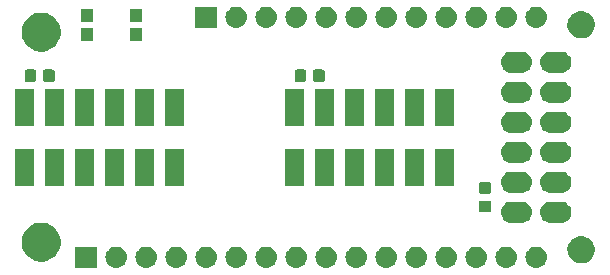
<source format=gbr>
G04 #@! TF.GenerationSoftware,KiCad,Pcbnew,5.1.4+dfsg1-1*
G04 #@! TF.CreationDate,2019-11-21T21:12:40-08:00*
G04 #@! TF.ProjectId,feather-wing-pmod,66656174-6865-4722-9d77-696e672d706d,rev?*
G04 #@! TF.SameCoordinates,PX791ddc0PY4d83c00*
G04 #@! TF.FileFunction,Soldermask,Top*
G04 #@! TF.FilePolarity,Negative*
%FSLAX46Y46*%
G04 Gerber Fmt 4.6, Leading zero omitted, Abs format (unit mm)*
G04 Created by KiCad (PCBNEW 5.1.4+dfsg1-1) date 2019-11-21 21:12:40*
%MOMM*%
%LPD*%
G04 APERTURE LIST*
%ADD10C,0.100000*%
G04 APERTURE END LIST*
D10*
G36*
X42020442Y-20695518D02*
G01*
X42086627Y-20702037D01*
X42256466Y-20753557D01*
X42412991Y-20837222D01*
X42418368Y-20841635D01*
X42550186Y-20949814D01*
X42633448Y-21051271D01*
X42662778Y-21087009D01*
X42746443Y-21243534D01*
X42797963Y-21413373D01*
X42815359Y-21590000D01*
X42797963Y-21766627D01*
X42746443Y-21936466D01*
X42662778Y-22092991D01*
X42633448Y-22128729D01*
X42550186Y-22230186D01*
X42448729Y-22313448D01*
X42412991Y-22342778D01*
X42256466Y-22426443D01*
X42086627Y-22477963D01*
X42020443Y-22484481D01*
X41954260Y-22491000D01*
X41865740Y-22491000D01*
X41799557Y-22484481D01*
X41733373Y-22477963D01*
X41563534Y-22426443D01*
X41407009Y-22342778D01*
X41371271Y-22313448D01*
X41269814Y-22230186D01*
X41186552Y-22128729D01*
X41157222Y-22092991D01*
X41073557Y-21936466D01*
X41022037Y-21766627D01*
X41004641Y-21590000D01*
X41022037Y-21413373D01*
X41073557Y-21243534D01*
X41157222Y-21087009D01*
X41186552Y-21051271D01*
X41269814Y-20949814D01*
X41401632Y-20841635D01*
X41407009Y-20837222D01*
X41563534Y-20753557D01*
X41733373Y-20702037D01*
X41799558Y-20695518D01*
X41865740Y-20689000D01*
X41954260Y-20689000D01*
X42020442Y-20695518D01*
X42020442Y-20695518D01*
G37*
G36*
X24240442Y-20695518D02*
G01*
X24306627Y-20702037D01*
X24476466Y-20753557D01*
X24632991Y-20837222D01*
X24638368Y-20841635D01*
X24770186Y-20949814D01*
X24853448Y-21051271D01*
X24882778Y-21087009D01*
X24966443Y-21243534D01*
X25017963Y-21413373D01*
X25035359Y-21590000D01*
X25017963Y-21766627D01*
X24966443Y-21936466D01*
X24882778Y-22092991D01*
X24853448Y-22128729D01*
X24770186Y-22230186D01*
X24668729Y-22313448D01*
X24632991Y-22342778D01*
X24476466Y-22426443D01*
X24306627Y-22477963D01*
X24240443Y-22484481D01*
X24174260Y-22491000D01*
X24085740Y-22491000D01*
X24019557Y-22484481D01*
X23953373Y-22477963D01*
X23783534Y-22426443D01*
X23627009Y-22342778D01*
X23591271Y-22313448D01*
X23489814Y-22230186D01*
X23406552Y-22128729D01*
X23377222Y-22092991D01*
X23293557Y-21936466D01*
X23242037Y-21766627D01*
X23224641Y-21590000D01*
X23242037Y-21413373D01*
X23293557Y-21243534D01*
X23377222Y-21087009D01*
X23406552Y-21051271D01*
X23489814Y-20949814D01*
X23621632Y-20841635D01*
X23627009Y-20837222D01*
X23783534Y-20753557D01*
X23953373Y-20702037D01*
X24019558Y-20695518D01*
X24085740Y-20689000D01*
X24174260Y-20689000D01*
X24240442Y-20695518D01*
X24240442Y-20695518D01*
G37*
G36*
X7251000Y-22491000D02*
G01*
X5449000Y-22491000D01*
X5449000Y-20689000D01*
X7251000Y-20689000D01*
X7251000Y-22491000D01*
X7251000Y-22491000D01*
G37*
G36*
X9000442Y-20695518D02*
G01*
X9066627Y-20702037D01*
X9236466Y-20753557D01*
X9392991Y-20837222D01*
X9398368Y-20841635D01*
X9530186Y-20949814D01*
X9613448Y-21051271D01*
X9642778Y-21087009D01*
X9726443Y-21243534D01*
X9777963Y-21413373D01*
X9795359Y-21590000D01*
X9777963Y-21766627D01*
X9726443Y-21936466D01*
X9642778Y-22092991D01*
X9613448Y-22128729D01*
X9530186Y-22230186D01*
X9428729Y-22313448D01*
X9392991Y-22342778D01*
X9236466Y-22426443D01*
X9066627Y-22477963D01*
X9000443Y-22484481D01*
X8934260Y-22491000D01*
X8845740Y-22491000D01*
X8779557Y-22484481D01*
X8713373Y-22477963D01*
X8543534Y-22426443D01*
X8387009Y-22342778D01*
X8351271Y-22313448D01*
X8249814Y-22230186D01*
X8166552Y-22128729D01*
X8137222Y-22092991D01*
X8053557Y-21936466D01*
X8002037Y-21766627D01*
X7984641Y-21590000D01*
X8002037Y-21413373D01*
X8053557Y-21243534D01*
X8137222Y-21087009D01*
X8166552Y-21051271D01*
X8249814Y-20949814D01*
X8381632Y-20841635D01*
X8387009Y-20837222D01*
X8543534Y-20753557D01*
X8713373Y-20702037D01*
X8779558Y-20695518D01*
X8845740Y-20689000D01*
X8934260Y-20689000D01*
X9000442Y-20695518D01*
X9000442Y-20695518D01*
G37*
G36*
X11540442Y-20695518D02*
G01*
X11606627Y-20702037D01*
X11776466Y-20753557D01*
X11932991Y-20837222D01*
X11938368Y-20841635D01*
X12070186Y-20949814D01*
X12153448Y-21051271D01*
X12182778Y-21087009D01*
X12266443Y-21243534D01*
X12317963Y-21413373D01*
X12335359Y-21590000D01*
X12317963Y-21766627D01*
X12266443Y-21936466D01*
X12182778Y-22092991D01*
X12153448Y-22128729D01*
X12070186Y-22230186D01*
X11968729Y-22313448D01*
X11932991Y-22342778D01*
X11776466Y-22426443D01*
X11606627Y-22477963D01*
X11540443Y-22484481D01*
X11474260Y-22491000D01*
X11385740Y-22491000D01*
X11319557Y-22484481D01*
X11253373Y-22477963D01*
X11083534Y-22426443D01*
X10927009Y-22342778D01*
X10891271Y-22313448D01*
X10789814Y-22230186D01*
X10706552Y-22128729D01*
X10677222Y-22092991D01*
X10593557Y-21936466D01*
X10542037Y-21766627D01*
X10524641Y-21590000D01*
X10542037Y-21413373D01*
X10593557Y-21243534D01*
X10677222Y-21087009D01*
X10706552Y-21051271D01*
X10789814Y-20949814D01*
X10921632Y-20841635D01*
X10927009Y-20837222D01*
X11083534Y-20753557D01*
X11253373Y-20702037D01*
X11319558Y-20695518D01*
X11385740Y-20689000D01*
X11474260Y-20689000D01*
X11540442Y-20695518D01*
X11540442Y-20695518D01*
G37*
G36*
X14080442Y-20695518D02*
G01*
X14146627Y-20702037D01*
X14316466Y-20753557D01*
X14472991Y-20837222D01*
X14478368Y-20841635D01*
X14610186Y-20949814D01*
X14693448Y-21051271D01*
X14722778Y-21087009D01*
X14806443Y-21243534D01*
X14857963Y-21413373D01*
X14875359Y-21590000D01*
X14857963Y-21766627D01*
X14806443Y-21936466D01*
X14722778Y-22092991D01*
X14693448Y-22128729D01*
X14610186Y-22230186D01*
X14508729Y-22313448D01*
X14472991Y-22342778D01*
X14316466Y-22426443D01*
X14146627Y-22477963D01*
X14080443Y-22484481D01*
X14014260Y-22491000D01*
X13925740Y-22491000D01*
X13859557Y-22484481D01*
X13793373Y-22477963D01*
X13623534Y-22426443D01*
X13467009Y-22342778D01*
X13431271Y-22313448D01*
X13329814Y-22230186D01*
X13246552Y-22128729D01*
X13217222Y-22092991D01*
X13133557Y-21936466D01*
X13082037Y-21766627D01*
X13064641Y-21590000D01*
X13082037Y-21413373D01*
X13133557Y-21243534D01*
X13217222Y-21087009D01*
X13246552Y-21051271D01*
X13329814Y-20949814D01*
X13461632Y-20841635D01*
X13467009Y-20837222D01*
X13623534Y-20753557D01*
X13793373Y-20702037D01*
X13859558Y-20695518D01*
X13925740Y-20689000D01*
X14014260Y-20689000D01*
X14080442Y-20695518D01*
X14080442Y-20695518D01*
G37*
G36*
X16620442Y-20695518D02*
G01*
X16686627Y-20702037D01*
X16856466Y-20753557D01*
X17012991Y-20837222D01*
X17018368Y-20841635D01*
X17150186Y-20949814D01*
X17233448Y-21051271D01*
X17262778Y-21087009D01*
X17346443Y-21243534D01*
X17397963Y-21413373D01*
X17415359Y-21590000D01*
X17397963Y-21766627D01*
X17346443Y-21936466D01*
X17262778Y-22092991D01*
X17233448Y-22128729D01*
X17150186Y-22230186D01*
X17048729Y-22313448D01*
X17012991Y-22342778D01*
X16856466Y-22426443D01*
X16686627Y-22477963D01*
X16620443Y-22484481D01*
X16554260Y-22491000D01*
X16465740Y-22491000D01*
X16399557Y-22484481D01*
X16333373Y-22477963D01*
X16163534Y-22426443D01*
X16007009Y-22342778D01*
X15971271Y-22313448D01*
X15869814Y-22230186D01*
X15786552Y-22128729D01*
X15757222Y-22092991D01*
X15673557Y-21936466D01*
X15622037Y-21766627D01*
X15604641Y-21590000D01*
X15622037Y-21413373D01*
X15673557Y-21243534D01*
X15757222Y-21087009D01*
X15786552Y-21051271D01*
X15869814Y-20949814D01*
X16001632Y-20841635D01*
X16007009Y-20837222D01*
X16163534Y-20753557D01*
X16333373Y-20702037D01*
X16399558Y-20695518D01*
X16465740Y-20689000D01*
X16554260Y-20689000D01*
X16620442Y-20695518D01*
X16620442Y-20695518D01*
G37*
G36*
X19160442Y-20695518D02*
G01*
X19226627Y-20702037D01*
X19396466Y-20753557D01*
X19552991Y-20837222D01*
X19558368Y-20841635D01*
X19690186Y-20949814D01*
X19773448Y-21051271D01*
X19802778Y-21087009D01*
X19886443Y-21243534D01*
X19937963Y-21413373D01*
X19955359Y-21590000D01*
X19937963Y-21766627D01*
X19886443Y-21936466D01*
X19802778Y-22092991D01*
X19773448Y-22128729D01*
X19690186Y-22230186D01*
X19588729Y-22313448D01*
X19552991Y-22342778D01*
X19396466Y-22426443D01*
X19226627Y-22477963D01*
X19160443Y-22484481D01*
X19094260Y-22491000D01*
X19005740Y-22491000D01*
X18939557Y-22484481D01*
X18873373Y-22477963D01*
X18703534Y-22426443D01*
X18547009Y-22342778D01*
X18511271Y-22313448D01*
X18409814Y-22230186D01*
X18326552Y-22128729D01*
X18297222Y-22092991D01*
X18213557Y-21936466D01*
X18162037Y-21766627D01*
X18144641Y-21590000D01*
X18162037Y-21413373D01*
X18213557Y-21243534D01*
X18297222Y-21087009D01*
X18326552Y-21051271D01*
X18409814Y-20949814D01*
X18541632Y-20841635D01*
X18547009Y-20837222D01*
X18703534Y-20753557D01*
X18873373Y-20702037D01*
X18939558Y-20695518D01*
X19005740Y-20689000D01*
X19094260Y-20689000D01*
X19160442Y-20695518D01*
X19160442Y-20695518D01*
G37*
G36*
X21700442Y-20695518D02*
G01*
X21766627Y-20702037D01*
X21936466Y-20753557D01*
X22092991Y-20837222D01*
X22098368Y-20841635D01*
X22230186Y-20949814D01*
X22313448Y-21051271D01*
X22342778Y-21087009D01*
X22426443Y-21243534D01*
X22477963Y-21413373D01*
X22495359Y-21590000D01*
X22477963Y-21766627D01*
X22426443Y-21936466D01*
X22342778Y-22092991D01*
X22313448Y-22128729D01*
X22230186Y-22230186D01*
X22128729Y-22313448D01*
X22092991Y-22342778D01*
X21936466Y-22426443D01*
X21766627Y-22477963D01*
X21700443Y-22484481D01*
X21634260Y-22491000D01*
X21545740Y-22491000D01*
X21479557Y-22484481D01*
X21413373Y-22477963D01*
X21243534Y-22426443D01*
X21087009Y-22342778D01*
X21051271Y-22313448D01*
X20949814Y-22230186D01*
X20866552Y-22128729D01*
X20837222Y-22092991D01*
X20753557Y-21936466D01*
X20702037Y-21766627D01*
X20684641Y-21590000D01*
X20702037Y-21413373D01*
X20753557Y-21243534D01*
X20837222Y-21087009D01*
X20866552Y-21051271D01*
X20949814Y-20949814D01*
X21081632Y-20841635D01*
X21087009Y-20837222D01*
X21243534Y-20753557D01*
X21413373Y-20702037D01*
X21479558Y-20695518D01*
X21545740Y-20689000D01*
X21634260Y-20689000D01*
X21700442Y-20695518D01*
X21700442Y-20695518D01*
G37*
G36*
X29320442Y-20695518D02*
G01*
X29386627Y-20702037D01*
X29556466Y-20753557D01*
X29712991Y-20837222D01*
X29718368Y-20841635D01*
X29850186Y-20949814D01*
X29933448Y-21051271D01*
X29962778Y-21087009D01*
X30046443Y-21243534D01*
X30097963Y-21413373D01*
X30115359Y-21590000D01*
X30097963Y-21766627D01*
X30046443Y-21936466D01*
X29962778Y-22092991D01*
X29933448Y-22128729D01*
X29850186Y-22230186D01*
X29748729Y-22313448D01*
X29712991Y-22342778D01*
X29556466Y-22426443D01*
X29386627Y-22477963D01*
X29320443Y-22484481D01*
X29254260Y-22491000D01*
X29165740Y-22491000D01*
X29099557Y-22484481D01*
X29033373Y-22477963D01*
X28863534Y-22426443D01*
X28707009Y-22342778D01*
X28671271Y-22313448D01*
X28569814Y-22230186D01*
X28486552Y-22128729D01*
X28457222Y-22092991D01*
X28373557Y-21936466D01*
X28322037Y-21766627D01*
X28304641Y-21590000D01*
X28322037Y-21413373D01*
X28373557Y-21243534D01*
X28457222Y-21087009D01*
X28486552Y-21051271D01*
X28569814Y-20949814D01*
X28701632Y-20841635D01*
X28707009Y-20837222D01*
X28863534Y-20753557D01*
X29033373Y-20702037D01*
X29099558Y-20695518D01*
X29165740Y-20689000D01*
X29254260Y-20689000D01*
X29320442Y-20695518D01*
X29320442Y-20695518D01*
G37*
G36*
X31860442Y-20695518D02*
G01*
X31926627Y-20702037D01*
X32096466Y-20753557D01*
X32252991Y-20837222D01*
X32258368Y-20841635D01*
X32390186Y-20949814D01*
X32473448Y-21051271D01*
X32502778Y-21087009D01*
X32586443Y-21243534D01*
X32637963Y-21413373D01*
X32655359Y-21590000D01*
X32637963Y-21766627D01*
X32586443Y-21936466D01*
X32502778Y-22092991D01*
X32473448Y-22128729D01*
X32390186Y-22230186D01*
X32288729Y-22313448D01*
X32252991Y-22342778D01*
X32096466Y-22426443D01*
X31926627Y-22477963D01*
X31860443Y-22484481D01*
X31794260Y-22491000D01*
X31705740Y-22491000D01*
X31639557Y-22484481D01*
X31573373Y-22477963D01*
X31403534Y-22426443D01*
X31247009Y-22342778D01*
X31211271Y-22313448D01*
X31109814Y-22230186D01*
X31026552Y-22128729D01*
X30997222Y-22092991D01*
X30913557Y-21936466D01*
X30862037Y-21766627D01*
X30844641Y-21590000D01*
X30862037Y-21413373D01*
X30913557Y-21243534D01*
X30997222Y-21087009D01*
X31026552Y-21051271D01*
X31109814Y-20949814D01*
X31241632Y-20841635D01*
X31247009Y-20837222D01*
X31403534Y-20753557D01*
X31573373Y-20702037D01*
X31639558Y-20695518D01*
X31705740Y-20689000D01*
X31794260Y-20689000D01*
X31860442Y-20695518D01*
X31860442Y-20695518D01*
G37*
G36*
X34400442Y-20695518D02*
G01*
X34466627Y-20702037D01*
X34636466Y-20753557D01*
X34792991Y-20837222D01*
X34798368Y-20841635D01*
X34930186Y-20949814D01*
X35013448Y-21051271D01*
X35042778Y-21087009D01*
X35126443Y-21243534D01*
X35177963Y-21413373D01*
X35195359Y-21590000D01*
X35177963Y-21766627D01*
X35126443Y-21936466D01*
X35042778Y-22092991D01*
X35013448Y-22128729D01*
X34930186Y-22230186D01*
X34828729Y-22313448D01*
X34792991Y-22342778D01*
X34636466Y-22426443D01*
X34466627Y-22477963D01*
X34400443Y-22484481D01*
X34334260Y-22491000D01*
X34245740Y-22491000D01*
X34179557Y-22484481D01*
X34113373Y-22477963D01*
X33943534Y-22426443D01*
X33787009Y-22342778D01*
X33751271Y-22313448D01*
X33649814Y-22230186D01*
X33566552Y-22128729D01*
X33537222Y-22092991D01*
X33453557Y-21936466D01*
X33402037Y-21766627D01*
X33384641Y-21590000D01*
X33402037Y-21413373D01*
X33453557Y-21243534D01*
X33537222Y-21087009D01*
X33566552Y-21051271D01*
X33649814Y-20949814D01*
X33781632Y-20841635D01*
X33787009Y-20837222D01*
X33943534Y-20753557D01*
X34113373Y-20702037D01*
X34179558Y-20695518D01*
X34245740Y-20689000D01*
X34334260Y-20689000D01*
X34400442Y-20695518D01*
X34400442Y-20695518D01*
G37*
G36*
X36940442Y-20695518D02*
G01*
X37006627Y-20702037D01*
X37176466Y-20753557D01*
X37332991Y-20837222D01*
X37338368Y-20841635D01*
X37470186Y-20949814D01*
X37553448Y-21051271D01*
X37582778Y-21087009D01*
X37666443Y-21243534D01*
X37717963Y-21413373D01*
X37735359Y-21590000D01*
X37717963Y-21766627D01*
X37666443Y-21936466D01*
X37582778Y-22092991D01*
X37553448Y-22128729D01*
X37470186Y-22230186D01*
X37368729Y-22313448D01*
X37332991Y-22342778D01*
X37176466Y-22426443D01*
X37006627Y-22477963D01*
X36940443Y-22484481D01*
X36874260Y-22491000D01*
X36785740Y-22491000D01*
X36719557Y-22484481D01*
X36653373Y-22477963D01*
X36483534Y-22426443D01*
X36327009Y-22342778D01*
X36291271Y-22313448D01*
X36189814Y-22230186D01*
X36106552Y-22128729D01*
X36077222Y-22092991D01*
X35993557Y-21936466D01*
X35942037Y-21766627D01*
X35924641Y-21590000D01*
X35942037Y-21413373D01*
X35993557Y-21243534D01*
X36077222Y-21087009D01*
X36106552Y-21051271D01*
X36189814Y-20949814D01*
X36321632Y-20841635D01*
X36327009Y-20837222D01*
X36483534Y-20753557D01*
X36653373Y-20702037D01*
X36719558Y-20695518D01*
X36785740Y-20689000D01*
X36874260Y-20689000D01*
X36940442Y-20695518D01*
X36940442Y-20695518D01*
G37*
G36*
X39480442Y-20695518D02*
G01*
X39546627Y-20702037D01*
X39716466Y-20753557D01*
X39872991Y-20837222D01*
X39878368Y-20841635D01*
X40010186Y-20949814D01*
X40093448Y-21051271D01*
X40122778Y-21087009D01*
X40206443Y-21243534D01*
X40257963Y-21413373D01*
X40275359Y-21590000D01*
X40257963Y-21766627D01*
X40206443Y-21936466D01*
X40122778Y-22092991D01*
X40093448Y-22128729D01*
X40010186Y-22230186D01*
X39908729Y-22313448D01*
X39872991Y-22342778D01*
X39716466Y-22426443D01*
X39546627Y-22477963D01*
X39480443Y-22484481D01*
X39414260Y-22491000D01*
X39325740Y-22491000D01*
X39259557Y-22484481D01*
X39193373Y-22477963D01*
X39023534Y-22426443D01*
X38867009Y-22342778D01*
X38831271Y-22313448D01*
X38729814Y-22230186D01*
X38646552Y-22128729D01*
X38617222Y-22092991D01*
X38533557Y-21936466D01*
X38482037Y-21766627D01*
X38464641Y-21590000D01*
X38482037Y-21413373D01*
X38533557Y-21243534D01*
X38617222Y-21087009D01*
X38646552Y-21051271D01*
X38729814Y-20949814D01*
X38861632Y-20841635D01*
X38867009Y-20837222D01*
X39023534Y-20753557D01*
X39193373Y-20702037D01*
X39259558Y-20695518D01*
X39325740Y-20689000D01*
X39414260Y-20689000D01*
X39480442Y-20695518D01*
X39480442Y-20695518D01*
G37*
G36*
X44560442Y-20695518D02*
G01*
X44626627Y-20702037D01*
X44796466Y-20753557D01*
X44952991Y-20837222D01*
X44958368Y-20841635D01*
X45090186Y-20949814D01*
X45173448Y-21051271D01*
X45202778Y-21087009D01*
X45286443Y-21243534D01*
X45337963Y-21413373D01*
X45355359Y-21590000D01*
X45337963Y-21766627D01*
X45286443Y-21936466D01*
X45202778Y-22092991D01*
X45173448Y-22128729D01*
X45090186Y-22230186D01*
X44988729Y-22313448D01*
X44952991Y-22342778D01*
X44796466Y-22426443D01*
X44626627Y-22477963D01*
X44560443Y-22484481D01*
X44494260Y-22491000D01*
X44405740Y-22491000D01*
X44339557Y-22484481D01*
X44273373Y-22477963D01*
X44103534Y-22426443D01*
X43947009Y-22342778D01*
X43911271Y-22313448D01*
X43809814Y-22230186D01*
X43726552Y-22128729D01*
X43697222Y-22092991D01*
X43613557Y-21936466D01*
X43562037Y-21766627D01*
X43544641Y-21590000D01*
X43562037Y-21413373D01*
X43613557Y-21243534D01*
X43697222Y-21087009D01*
X43726552Y-21051271D01*
X43809814Y-20949814D01*
X43941632Y-20841635D01*
X43947009Y-20837222D01*
X44103534Y-20753557D01*
X44273373Y-20702037D01*
X44339558Y-20695518D01*
X44405740Y-20689000D01*
X44494260Y-20689000D01*
X44560442Y-20695518D01*
X44560442Y-20695518D01*
G37*
G36*
X26780442Y-20695518D02*
G01*
X26846627Y-20702037D01*
X27016466Y-20753557D01*
X27172991Y-20837222D01*
X27178368Y-20841635D01*
X27310186Y-20949814D01*
X27393448Y-21051271D01*
X27422778Y-21087009D01*
X27506443Y-21243534D01*
X27557963Y-21413373D01*
X27575359Y-21590000D01*
X27557963Y-21766627D01*
X27506443Y-21936466D01*
X27422778Y-22092991D01*
X27393448Y-22128729D01*
X27310186Y-22230186D01*
X27208729Y-22313448D01*
X27172991Y-22342778D01*
X27016466Y-22426443D01*
X26846627Y-22477963D01*
X26780443Y-22484481D01*
X26714260Y-22491000D01*
X26625740Y-22491000D01*
X26559557Y-22484481D01*
X26493373Y-22477963D01*
X26323534Y-22426443D01*
X26167009Y-22342778D01*
X26131271Y-22313448D01*
X26029814Y-22230186D01*
X25946552Y-22128729D01*
X25917222Y-22092991D01*
X25833557Y-21936466D01*
X25782037Y-21766627D01*
X25764641Y-21590000D01*
X25782037Y-21413373D01*
X25833557Y-21243534D01*
X25917222Y-21087009D01*
X25946552Y-21051271D01*
X26029814Y-20949814D01*
X26161632Y-20841635D01*
X26167009Y-20837222D01*
X26323534Y-20753557D01*
X26493373Y-20702037D01*
X26559558Y-20695518D01*
X26625740Y-20689000D01*
X26714260Y-20689000D01*
X26780442Y-20695518D01*
X26780442Y-20695518D01*
G37*
G36*
X48484549Y-19826116D02*
G01*
X48595734Y-19848232D01*
X48805203Y-19934997D01*
X48993720Y-20060960D01*
X49154040Y-20221280D01*
X49280003Y-20409797D01*
X49280004Y-20409799D01*
X49366768Y-20619267D01*
X49411000Y-20841635D01*
X49411000Y-21068365D01*
X49404301Y-21102042D01*
X49366768Y-21290734D01*
X49280003Y-21500203D01*
X49154040Y-21688720D01*
X48993720Y-21849040D01*
X48805203Y-21975003D01*
X48595734Y-22061768D01*
X48484549Y-22083884D01*
X48373365Y-22106000D01*
X48146635Y-22106000D01*
X48035451Y-22083884D01*
X47924266Y-22061768D01*
X47714797Y-21975003D01*
X47526280Y-21849040D01*
X47365960Y-21688720D01*
X47239997Y-21500203D01*
X47153232Y-21290734D01*
X47115699Y-21102042D01*
X47109000Y-21068365D01*
X47109000Y-20841635D01*
X47153232Y-20619267D01*
X47239996Y-20409799D01*
X47239997Y-20409797D01*
X47365960Y-20221280D01*
X47526280Y-20060960D01*
X47714797Y-19934997D01*
X47924266Y-19848232D01*
X48035451Y-19826116D01*
X48146635Y-19804000D01*
X48373365Y-19804000D01*
X48484549Y-19826116D01*
X48484549Y-19826116D01*
G37*
G36*
X2915256Y-18711298D02*
G01*
X3021579Y-18732447D01*
X3322042Y-18856903D01*
X3592451Y-19037585D01*
X3822415Y-19267549D01*
X4003097Y-19537958D01*
X4127553Y-19838421D01*
X4191000Y-20157391D01*
X4191000Y-20482609D01*
X4127553Y-20801579D01*
X4039550Y-21014037D01*
X4017047Y-21068365D01*
X4003097Y-21102042D01*
X3822415Y-21372451D01*
X3592451Y-21602415D01*
X3322042Y-21783097D01*
X3021579Y-21907553D01*
X2915256Y-21928702D01*
X2702611Y-21971000D01*
X2377389Y-21971000D01*
X2164744Y-21928702D01*
X2058421Y-21907553D01*
X1757958Y-21783097D01*
X1487549Y-21602415D01*
X1257585Y-21372451D01*
X1076903Y-21102042D01*
X1062954Y-21068365D01*
X1040450Y-21014037D01*
X952447Y-20801579D01*
X889000Y-20482609D01*
X889000Y-20157391D01*
X952447Y-19838421D01*
X1076903Y-19537958D01*
X1257585Y-19267549D01*
X1487549Y-19037585D01*
X1757958Y-18856903D01*
X2058421Y-18732447D01*
X2164744Y-18711298D01*
X2377389Y-18669000D01*
X2702611Y-18669000D01*
X2915256Y-18711298D01*
X2915256Y-18711298D01*
G37*
G36*
X46650443Y-16885519D02*
G01*
X46716627Y-16892037D01*
X46886466Y-16943557D01*
X47042991Y-17027222D01*
X47074706Y-17053250D01*
X47180186Y-17139814D01*
X47263448Y-17241271D01*
X47292778Y-17277009D01*
X47376443Y-17433534D01*
X47427963Y-17603373D01*
X47445359Y-17780000D01*
X47427963Y-17956627D01*
X47376443Y-18126466D01*
X47292778Y-18282991D01*
X47263448Y-18318729D01*
X47180186Y-18420186D01*
X47078729Y-18503448D01*
X47042991Y-18532778D01*
X46886466Y-18616443D01*
X46716627Y-18667963D01*
X46650443Y-18674481D01*
X46584260Y-18681000D01*
X45655740Y-18681000D01*
X45589557Y-18674481D01*
X45523373Y-18667963D01*
X45353534Y-18616443D01*
X45197009Y-18532778D01*
X45161271Y-18503448D01*
X45059814Y-18420186D01*
X44976552Y-18318729D01*
X44947222Y-18282991D01*
X44863557Y-18126466D01*
X44812037Y-17956627D01*
X44794641Y-17780000D01*
X44812037Y-17603373D01*
X44863557Y-17433534D01*
X44947222Y-17277009D01*
X44976552Y-17241271D01*
X45059814Y-17139814D01*
X45165294Y-17053250D01*
X45197009Y-17027222D01*
X45353534Y-16943557D01*
X45523373Y-16892037D01*
X45589557Y-16885519D01*
X45655740Y-16879000D01*
X46584260Y-16879000D01*
X46650443Y-16885519D01*
X46650443Y-16885519D01*
G37*
G36*
X43310443Y-16885519D02*
G01*
X43376627Y-16892037D01*
X43546466Y-16943557D01*
X43702991Y-17027222D01*
X43734706Y-17053250D01*
X43840186Y-17139814D01*
X43923448Y-17241271D01*
X43952778Y-17277009D01*
X44036443Y-17433534D01*
X44087963Y-17603373D01*
X44105359Y-17780000D01*
X44087963Y-17956627D01*
X44036443Y-18126466D01*
X43952778Y-18282991D01*
X43923448Y-18318729D01*
X43840186Y-18420186D01*
X43738729Y-18503448D01*
X43702991Y-18532778D01*
X43546466Y-18616443D01*
X43376627Y-18667963D01*
X43310443Y-18674481D01*
X43244260Y-18681000D01*
X42315740Y-18681000D01*
X42249557Y-18674481D01*
X42183373Y-18667963D01*
X42013534Y-18616443D01*
X41857009Y-18532778D01*
X41821271Y-18503448D01*
X41719814Y-18420186D01*
X41636552Y-18318729D01*
X41607222Y-18282991D01*
X41523557Y-18126466D01*
X41472037Y-17956627D01*
X41454641Y-17780000D01*
X41472037Y-17603373D01*
X41523557Y-17433534D01*
X41607222Y-17277009D01*
X41636552Y-17241271D01*
X41719814Y-17139814D01*
X41825294Y-17053250D01*
X41857009Y-17027222D01*
X42013534Y-16943557D01*
X42183373Y-16892037D01*
X42249557Y-16885519D01*
X42315740Y-16879000D01*
X43244260Y-16879000D01*
X43310443Y-16885519D01*
X43310443Y-16885519D01*
G37*
G36*
X40511591Y-16813085D02*
G01*
X40545569Y-16823393D01*
X40576890Y-16840134D01*
X40604339Y-16862661D01*
X40626866Y-16890110D01*
X40643607Y-16921431D01*
X40653915Y-16955409D01*
X40658000Y-16996890D01*
X40658000Y-17598110D01*
X40653915Y-17639591D01*
X40643607Y-17673569D01*
X40626866Y-17704890D01*
X40604339Y-17732339D01*
X40576890Y-17754866D01*
X40545569Y-17771607D01*
X40511591Y-17781915D01*
X40470110Y-17786000D01*
X39793890Y-17786000D01*
X39752409Y-17781915D01*
X39718431Y-17771607D01*
X39687110Y-17754866D01*
X39659661Y-17732339D01*
X39637134Y-17704890D01*
X39620393Y-17673569D01*
X39610085Y-17639591D01*
X39606000Y-17598110D01*
X39606000Y-16996890D01*
X39610085Y-16955409D01*
X39620393Y-16921431D01*
X39637134Y-16890110D01*
X39659661Y-16862661D01*
X39687110Y-16840134D01*
X39718431Y-16823393D01*
X39752409Y-16813085D01*
X39793890Y-16809000D01*
X40470110Y-16809000D01*
X40511591Y-16813085D01*
X40511591Y-16813085D01*
G37*
G36*
X40511591Y-15238085D02*
G01*
X40545569Y-15248393D01*
X40576890Y-15265134D01*
X40604339Y-15287661D01*
X40626866Y-15315110D01*
X40643607Y-15346431D01*
X40653915Y-15380409D01*
X40658000Y-15421890D01*
X40658000Y-16023110D01*
X40653915Y-16064591D01*
X40643607Y-16098569D01*
X40626866Y-16129890D01*
X40604339Y-16157339D01*
X40576890Y-16179866D01*
X40545569Y-16196607D01*
X40511591Y-16206915D01*
X40470110Y-16211000D01*
X39793890Y-16211000D01*
X39752409Y-16206915D01*
X39718431Y-16196607D01*
X39687110Y-16179866D01*
X39659661Y-16157339D01*
X39637134Y-16129890D01*
X39620393Y-16098569D01*
X39610085Y-16064591D01*
X39606000Y-16023110D01*
X39606000Y-15421890D01*
X39610085Y-15380409D01*
X39620393Y-15346431D01*
X39637134Y-15315110D01*
X39659661Y-15287661D01*
X39687110Y-15265134D01*
X39718431Y-15248393D01*
X39752409Y-15238085D01*
X39793890Y-15234000D01*
X40470110Y-15234000D01*
X40511591Y-15238085D01*
X40511591Y-15238085D01*
G37*
G36*
X43310442Y-14345518D02*
G01*
X43376627Y-14352037D01*
X43546466Y-14403557D01*
X43702991Y-14487222D01*
X43738729Y-14516552D01*
X43840186Y-14599814D01*
X43923448Y-14701271D01*
X43952778Y-14737009D01*
X44036443Y-14893534D01*
X44087963Y-15063373D01*
X44105359Y-15240000D01*
X44087963Y-15416627D01*
X44036443Y-15586466D01*
X43952778Y-15742991D01*
X43923448Y-15778729D01*
X43840186Y-15880186D01*
X43738729Y-15963448D01*
X43702991Y-15992778D01*
X43546466Y-16076443D01*
X43376627Y-16127963D01*
X43310442Y-16134482D01*
X43244260Y-16141000D01*
X42315740Y-16141000D01*
X42249558Y-16134482D01*
X42183373Y-16127963D01*
X42013534Y-16076443D01*
X41857009Y-15992778D01*
X41821271Y-15963448D01*
X41719814Y-15880186D01*
X41636552Y-15778729D01*
X41607222Y-15742991D01*
X41523557Y-15586466D01*
X41472037Y-15416627D01*
X41454641Y-15240000D01*
X41472037Y-15063373D01*
X41523557Y-14893534D01*
X41607222Y-14737009D01*
X41636552Y-14701271D01*
X41719814Y-14599814D01*
X41821271Y-14516552D01*
X41857009Y-14487222D01*
X42013534Y-14403557D01*
X42183373Y-14352037D01*
X42249558Y-14345518D01*
X42315740Y-14339000D01*
X43244260Y-14339000D01*
X43310442Y-14345518D01*
X43310442Y-14345518D01*
G37*
G36*
X46650442Y-14345518D02*
G01*
X46716627Y-14352037D01*
X46886466Y-14403557D01*
X47042991Y-14487222D01*
X47078729Y-14516552D01*
X47180186Y-14599814D01*
X47263448Y-14701271D01*
X47292778Y-14737009D01*
X47376443Y-14893534D01*
X47427963Y-15063373D01*
X47445359Y-15240000D01*
X47427963Y-15416627D01*
X47376443Y-15586466D01*
X47292778Y-15742991D01*
X47263448Y-15778729D01*
X47180186Y-15880186D01*
X47078729Y-15963448D01*
X47042991Y-15992778D01*
X46886466Y-16076443D01*
X46716627Y-16127963D01*
X46650442Y-16134482D01*
X46584260Y-16141000D01*
X45655740Y-16141000D01*
X45589558Y-16134482D01*
X45523373Y-16127963D01*
X45353534Y-16076443D01*
X45197009Y-15992778D01*
X45161271Y-15963448D01*
X45059814Y-15880186D01*
X44976552Y-15778729D01*
X44947222Y-15742991D01*
X44863557Y-15586466D01*
X44812037Y-15416627D01*
X44794641Y-15240000D01*
X44812037Y-15063373D01*
X44863557Y-14893534D01*
X44947222Y-14737009D01*
X44976552Y-14701271D01*
X45059814Y-14599814D01*
X45161271Y-14516552D01*
X45197009Y-14487222D01*
X45353534Y-14403557D01*
X45523373Y-14352037D01*
X45589558Y-14345518D01*
X45655740Y-14339000D01*
X46584260Y-14339000D01*
X46650442Y-14345518D01*
X46650442Y-14345518D01*
G37*
G36*
X12104000Y-15521000D02*
G01*
X10502000Y-15521000D01*
X10502000Y-12419000D01*
X12104000Y-12419000D01*
X12104000Y-15521000D01*
X12104000Y-15521000D01*
G37*
G36*
X1944000Y-15521000D02*
G01*
X342000Y-15521000D01*
X342000Y-12419000D01*
X1944000Y-12419000D01*
X1944000Y-15521000D01*
X1944000Y-15521000D01*
G37*
G36*
X7024000Y-15521000D02*
G01*
X5422000Y-15521000D01*
X5422000Y-12419000D01*
X7024000Y-12419000D01*
X7024000Y-15521000D01*
X7024000Y-15521000D01*
G37*
G36*
X9564000Y-15521000D02*
G01*
X7962000Y-15521000D01*
X7962000Y-12419000D01*
X9564000Y-12419000D01*
X9564000Y-15521000D01*
X9564000Y-15521000D01*
G37*
G36*
X14644000Y-15521000D02*
G01*
X13042000Y-15521000D01*
X13042000Y-12419000D01*
X14644000Y-12419000D01*
X14644000Y-15521000D01*
X14644000Y-15521000D01*
G37*
G36*
X37504000Y-15521000D02*
G01*
X35902000Y-15521000D01*
X35902000Y-12419000D01*
X37504000Y-12419000D01*
X37504000Y-15521000D01*
X37504000Y-15521000D01*
G37*
G36*
X34964000Y-15521000D02*
G01*
X33362000Y-15521000D01*
X33362000Y-12419000D01*
X34964000Y-12419000D01*
X34964000Y-15521000D01*
X34964000Y-15521000D01*
G37*
G36*
X4484000Y-15521000D02*
G01*
X2882000Y-15521000D01*
X2882000Y-12419000D01*
X4484000Y-12419000D01*
X4484000Y-15521000D01*
X4484000Y-15521000D01*
G37*
G36*
X32424000Y-15521000D02*
G01*
X30822000Y-15521000D01*
X30822000Y-12419000D01*
X32424000Y-12419000D01*
X32424000Y-15521000D01*
X32424000Y-15521000D01*
G37*
G36*
X29884000Y-15521000D02*
G01*
X28282000Y-15521000D01*
X28282000Y-12419000D01*
X29884000Y-12419000D01*
X29884000Y-15521000D01*
X29884000Y-15521000D01*
G37*
G36*
X27344000Y-15521000D02*
G01*
X25742000Y-15521000D01*
X25742000Y-12419000D01*
X27344000Y-12419000D01*
X27344000Y-15521000D01*
X27344000Y-15521000D01*
G37*
G36*
X24804000Y-15521000D02*
G01*
X23202000Y-15521000D01*
X23202000Y-12419000D01*
X24804000Y-12419000D01*
X24804000Y-15521000D01*
X24804000Y-15521000D01*
G37*
G36*
X46650443Y-11805519D02*
G01*
X46716627Y-11812037D01*
X46886466Y-11863557D01*
X47042991Y-11947222D01*
X47078729Y-11976552D01*
X47180186Y-12059814D01*
X47263448Y-12161271D01*
X47292778Y-12197009D01*
X47376443Y-12353534D01*
X47427963Y-12523373D01*
X47445359Y-12700000D01*
X47427963Y-12876627D01*
X47376443Y-13046466D01*
X47292778Y-13202991D01*
X47263448Y-13238729D01*
X47180186Y-13340186D01*
X47078729Y-13423448D01*
X47042991Y-13452778D01*
X46886466Y-13536443D01*
X46716627Y-13587963D01*
X46650443Y-13594481D01*
X46584260Y-13601000D01*
X45655740Y-13601000D01*
X45589557Y-13594481D01*
X45523373Y-13587963D01*
X45353534Y-13536443D01*
X45197009Y-13452778D01*
X45161271Y-13423448D01*
X45059814Y-13340186D01*
X44976552Y-13238729D01*
X44947222Y-13202991D01*
X44863557Y-13046466D01*
X44812037Y-12876627D01*
X44794641Y-12700000D01*
X44812037Y-12523373D01*
X44863557Y-12353534D01*
X44947222Y-12197009D01*
X44976552Y-12161271D01*
X45059814Y-12059814D01*
X45161271Y-11976552D01*
X45197009Y-11947222D01*
X45353534Y-11863557D01*
X45523373Y-11812037D01*
X45589557Y-11805519D01*
X45655740Y-11799000D01*
X46584260Y-11799000D01*
X46650443Y-11805519D01*
X46650443Y-11805519D01*
G37*
G36*
X43310443Y-11805519D02*
G01*
X43376627Y-11812037D01*
X43546466Y-11863557D01*
X43702991Y-11947222D01*
X43738729Y-11976552D01*
X43840186Y-12059814D01*
X43923448Y-12161271D01*
X43952778Y-12197009D01*
X44036443Y-12353534D01*
X44087963Y-12523373D01*
X44105359Y-12700000D01*
X44087963Y-12876627D01*
X44036443Y-13046466D01*
X43952778Y-13202991D01*
X43923448Y-13238729D01*
X43840186Y-13340186D01*
X43738729Y-13423448D01*
X43702991Y-13452778D01*
X43546466Y-13536443D01*
X43376627Y-13587963D01*
X43310443Y-13594481D01*
X43244260Y-13601000D01*
X42315740Y-13601000D01*
X42249557Y-13594481D01*
X42183373Y-13587963D01*
X42013534Y-13536443D01*
X41857009Y-13452778D01*
X41821271Y-13423448D01*
X41719814Y-13340186D01*
X41636552Y-13238729D01*
X41607222Y-13202991D01*
X41523557Y-13046466D01*
X41472037Y-12876627D01*
X41454641Y-12700000D01*
X41472037Y-12523373D01*
X41523557Y-12353534D01*
X41607222Y-12197009D01*
X41636552Y-12161271D01*
X41719814Y-12059814D01*
X41821271Y-11976552D01*
X41857009Y-11947222D01*
X42013534Y-11863557D01*
X42183373Y-11812037D01*
X42249557Y-11805519D01*
X42315740Y-11799000D01*
X43244260Y-11799000D01*
X43310443Y-11805519D01*
X43310443Y-11805519D01*
G37*
G36*
X43310443Y-9265519D02*
G01*
X43376627Y-9272037D01*
X43546466Y-9323557D01*
X43702991Y-9407222D01*
X43738729Y-9436552D01*
X43840186Y-9519814D01*
X43923448Y-9621271D01*
X43952778Y-9657009D01*
X44036443Y-9813534D01*
X44087963Y-9983373D01*
X44105359Y-10160000D01*
X44087963Y-10336627D01*
X44036443Y-10506466D01*
X43952778Y-10662991D01*
X43923448Y-10698729D01*
X43840186Y-10800186D01*
X43738729Y-10883448D01*
X43702991Y-10912778D01*
X43546466Y-10996443D01*
X43376627Y-11047963D01*
X43310443Y-11054481D01*
X43244260Y-11061000D01*
X42315740Y-11061000D01*
X42249557Y-11054481D01*
X42183373Y-11047963D01*
X42013534Y-10996443D01*
X41857009Y-10912778D01*
X41821271Y-10883448D01*
X41719814Y-10800186D01*
X41636552Y-10698729D01*
X41607222Y-10662991D01*
X41523557Y-10506466D01*
X41472037Y-10336627D01*
X41454641Y-10160000D01*
X41472037Y-9983373D01*
X41523557Y-9813534D01*
X41607222Y-9657009D01*
X41636552Y-9621271D01*
X41719814Y-9519814D01*
X41821271Y-9436552D01*
X41857009Y-9407222D01*
X42013534Y-9323557D01*
X42183373Y-9272037D01*
X42249558Y-9265518D01*
X42315740Y-9259000D01*
X43244260Y-9259000D01*
X43310443Y-9265519D01*
X43310443Y-9265519D01*
G37*
G36*
X46650443Y-9265519D02*
G01*
X46716627Y-9272037D01*
X46886466Y-9323557D01*
X47042991Y-9407222D01*
X47078729Y-9436552D01*
X47180186Y-9519814D01*
X47263448Y-9621271D01*
X47292778Y-9657009D01*
X47376443Y-9813534D01*
X47427963Y-9983373D01*
X47445359Y-10160000D01*
X47427963Y-10336627D01*
X47376443Y-10506466D01*
X47292778Y-10662991D01*
X47263448Y-10698729D01*
X47180186Y-10800186D01*
X47078729Y-10883448D01*
X47042991Y-10912778D01*
X46886466Y-10996443D01*
X46716627Y-11047963D01*
X46650443Y-11054481D01*
X46584260Y-11061000D01*
X45655740Y-11061000D01*
X45589557Y-11054481D01*
X45523373Y-11047963D01*
X45353534Y-10996443D01*
X45197009Y-10912778D01*
X45161271Y-10883448D01*
X45059814Y-10800186D01*
X44976552Y-10698729D01*
X44947222Y-10662991D01*
X44863557Y-10506466D01*
X44812037Y-10336627D01*
X44794641Y-10160000D01*
X44812037Y-9983373D01*
X44863557Y-9813534D01*
X44947222Y-9657009D01*
X44976552Y-9621271D01*
X45059814Y-9519814D01*
X45161271Y-9436552D01*
X45197009Y-9407222D01*
X45353534Y-9323557D01*
X45523373Y-9272037D01*
X45589558Y-9265518D01*
X45655740Y-9259000D01*
X46584260Y-9259000D01*
X46650443Y-9265519D01*
X46650443Y-9265519D01*
G37*
G36*
X9564000Y-10441000D02*
G01*
X7962000Y-10441000D01*
X7962000Y-7339000D01*
X9564000Y-7339000D01*
X9564000Y-10441000D01*
X9564000Y-10441000D01*
G37*
G36*
X14644000Y-10441000D02*
G01*
X13042000Y-10441000D01*
X13042000Y-7339000D01*
X14644000Y-7339000D01*
X14644000Y-10441000D01*
X14644000Y-10441000D01*
G37*
G36*
X12104000Y-10441000D02*
G01*
X10502000Y-10441000D01*
X10502000Y-7339000D01*
X12104000Y-7339000D01*
X12104000Y-10441000D01*
X12104000Y-10441000D01*
G37*
G36*
X7024000Y-10441000D02*
G01*
X5422000Y-10441000D01*
X5422000Y-7339000D01*
X7024000Y-7339000D01*
X7024000Y-10441000D01*
X7024000Y-10441000D01*
G37*
G36*
X4484000Y-10441000D02*
G01*
X2882000Y-10441000D01*
X2882000Y-7339000D01*
X4484000Y-7339000D01*
X4484000Y-10441000D01*
X4484000Y-10441000D01*
G37*
G36*
X1944000Y-10441000D02*
G01*
X342000Y-10441000D01*
X342000Y-7339000D01*
X1944000Y-7339000D01*
X1944000Y-10441000D01*
X1944000Y-10441000D01*
G37*
G36*
X37504000Y-10441000D02*
G01*
X35902000Y-10441000D01*
X35902000Y-7339000D01*
X37504000Y-7339000D01*
X37504000Y-10441000D01*
X37504000Y-10441000D01*
G37*
G36*
X24804000Y-10441000D02*
G01*
X23202000Y-10441000D01*
X23202000Y-7339000D01*
X24804000Y-7339000D01*
X24804000Y-10441000D01*
X24804000Y-10441000D01*
G37*
G36*
X34964000Y-10441000D02*
G01*
X33362000Y-10441000D01*
X33362000Y-7339000D01*
X34964000Y-7339000D01*
X34964000Y-10441000D01*
X34964000Y-10441000D01*
G37*
G36*
X32424000Y-10441000D02*
G01*
X30822000Y-10441000D01*
X30822000Y-7339000D01*
X32424000Y-7339000D01*
X32424000Y-10441000D01*
X32424000Y-10441000D01*
G37*
G36*
X27344000Y-10441000D02*
G01*
X25742000Y-10441000D01*
X25742000Y-7339000D01*
X27344000Y-7339000D01*
X27344000Y-10441000D01*
X27344000Y-10441000D01*
G37*
G36*
X29884000Y-10441000D02*
G01*
X28282000Y-10441000D01*
X28282000Y-7339000D01*
X29884000Y-7339000D01*
X29884000Y-10441000D01*
X29884000Y-10441000D01*
G37*
G36*
X43310443Y-6725519D02*
G01*
X43376627Y-6732037D01*
X43546466Y-6783557D01*
X43702991Y-6867222D01*
X43738729Y-6896552D01*
X43840186Y-6979814D01*
X43923448Y-7081271D01*
X43952778Y-7117009D01*
X44036443Y-7273534D01*
X44087963Y-7443373D01*
X44105359Y-7620000D01*
X44087963Y-7796627D01*
X44036443Y-7966466D01*
X43952778Y-8122991D01*
X43923448Y-8158729D01*
X43840186Y-8260186D01*
X43738729Y-8343448D01*
X43702991Y-8372778D01*
X43546466Y-8456443D01*
X43376627Y-8507963D01*
X43310443Y-8514481D01*
X43244260Y-8521000D01*
X42315740Y-8521000D01*
X42249557Y-8514481D01*
X42183373Y-8507963D01*
X42013534Y-8456443D01*
X41857009Y-8372778D01*
X41821271Y-8343448D01*
X41719814Y-8260186D01*
X41636552Y-8158729D01*
X41607222Y-8122991D01*
X41523557Y-7966466D01*
X41472037Y-7796627D01*
X41454641Y-7620000D01*
X41472037Y-7443373D01*
X41523557Y-7273534D01*
X41607222Y-7117009D01*
X41636552Y-7081271D01*
X41719814Y-6979814D01*
X41821271Y-6896552D01*
X41857009Y-6867222D01*
X42013534Y-6783557D01*
X42183373Y-6732037D01*
X42249557Y-6725519D01*
X42315740Y-6719000D01*
X43244260Y-6719000D01*
X43310443Y-6725519D01*
X43310443Y-6725519D01*
G37*
G36*
X46650443Y-6725519D02*
G01*
X46716627Y-6732037D01*
X46886466Y-6783557D01*
X47042991Y-6867222D01*
X47078729Y-6896552D01*
X47180186Y-6979814D01*
X47263448Y-7081271D01*
X47292778Y-7117009D01*
X47376443Y-7273534D01*
X47427963Y-7443373D01*
X47445359Y-7620000D01*
X47427963Y-7796627D01*
X47376443Y-7966466D01*
X47292778Y-8122991D01*
X47263448Y-8158729D01*
X47180186Y-8260186D01*
X47078729Y-8343448D01*
X47042991Y-8372778D01*
X46886466Y-8456443D01*
X46716627Y-8507963D01*
X46650443Y-8514481D01*
X46584260Y-8521000D01*
X45655740Y-8521000D01*
X45589557Y-8514481D01*
X45523373Y-8507963D01*
X45353534Y-8456443D01*
X45197009Y-8372778D01*
X45161271Y-8343448D01*
X45059814Y-8260186D01*
X44976552Y-8158729D01*
X44947222Y-8122991D01*
X44863557Y-7966466D01*
X44812037Y-7796627D01*
X44794641Y-7620000D01*
X44812037Y-7443373D01*
X44863557Y-7273534D01*
X44947222Y-7117009D01*
X44976552Y-7081271D01*
X45059814Y-6979814D01*
X45161271Y-6896552D01*
X45197009Y-6867222D01*
X45353534Y-6783557D01*
X45523373Y-6732037D01*
X45589557Y-6725519D01*
X45655740Y-6719000D01*
X46584260Y-6719000D01*
X46650443Y-6725519D01*
X46650443Y-6725519D01*
G37*
G36*
X3542591Y-5701085D02*
G01*
X3576569Y-5711393D01*
X3607890Y-5728134D01*
X3635339Y-5750661D01*
X3657866Y-5778110D01*
X3674607Y-5809431D01*
X3684915Y-5843409D01*
X3689000Y-5884890D01*
X3689000Y-6561110D01*
X3684915Y-6602591D01*
X3674607Y-6636569D01*
X3657866Y-6667890D01*
X3635339Y-6695339D01*
X3607890Y-6717866D01*
X3576569Y-6734607D01*
X3542591Y-6744915D01*
X3501110Y-6749000D01*
X2899890Y-6749000D01*
X2858409Y-6744915D01*
X2824431Y-6734607D01*
X2793110Y-6717866D01*
X2765661Y-6695339D01*
X2743134Y-6667890D01*
X2726393Y-6636569D01*
X2716085Y-6602591D01*
X2712000Y-6561110D01*
X2712000Y-5884890D01*
X2716085Y-5843409D01*
X2726393Y-5809431D01*
X2743134Y-5778110D01*
X2765661Y-5750661D01*
X2793110Y-5728134D01*
X2824431Y-5711393D01*
X2858409Y-5701085D01*
X2899890Y-5697000D01*
X3501110Y-5697000D01*
X3542591Y-5701085D01*
X3542591Y-5701085D01*
G37*
G36*
X24827591Y-5701085D02*
G01*
X24861569Y-5711393D01*
X24892890Y-5728134D01*
X24920339Y-5750661D01*
X24942866Y-5778110D01*
X24959607Y-5809431D01*
X24969915Y-5843409D01*
X24974000Y-5884890D01*
X24974000Y-6561110D01*
X24969915Y-6602591D01*
X24959607Y-6636569D01*
X24942866Y-6667890D01*
X24920339Y-6695339D01*
X24892890Y-6717866D01*
X24861569Y-6734607D01*
X24827591Y-6744915D01*
X24786110Y-6749000D01*
X24184890Y-6749000D01*
X24143409Y-6744915D01*
X24109431Y-6734607D01*
X24078110Y-6717866D01*
X24050661Y-6695339D01*
X24028134Y-6667890D01*
X24011393Y-6636569D01*
X24001085Y-6602591D01*
X23997000Y-6561110D01*
X23997000Y-5884890D01*
X24001085Y-5843409D01*
X24011393Y-5809431D01*
X24028134Y-5778110D01*
X24050661Y-5750661D01*
X24078110Y-5728134D01*
X24109431Y-5711393D01*
X24143409Y-5701085D01*
X24184890Y-5697000D01*
X24786110Y-5697000D01*
X24827591Y-5701085D01*
X24827591Y-5701085D01*
G37*
G36*
X26402591Y-5701085D02*
G01*
X26436569Y-5711393D01*
X26467890Y-5728134D01*
X26495339Y-5750661D01*
X26517866Y-5778110D01*
X26534607Y-5809431D01*
X26544915Y-5843409D01*
X26549000Y-5884890D01*
X26549000Y-6561110D01*
X26544915Y-6602591D01*
X26534607Y-6636569D01*
X26517866Y-6667890D01*
X26495339Y-6695339D01*
X26467890Y-6717866D01*
X26436569Y-6734607D01*
X26402591Y-6744915D01*
X26361110Y-6749000D01*
X25759890Y-6749000D01*
X25718409Y-6744915D01*
X25684431Y-6734607D01*
X25653110Y-6717866D01*
X25625661Y-6695339D01*
X25603134Y-6667890D01*
X25586393Y-6636569D01*
X25576085Y-6602591D01*
X25572000Y-6561110D01*
X25572000Y-5884890D01*
X25576085Y-5843409D01*
X25586393Y-5809431D01*
X25603134Y-5778110D01*
X25625661Y-5750661D01*
X25653110Y-5728134D01*
X25684431Y-5711393D01*
X25718409Y-5701085D01*
X25759890Y-5697000D01*
X26361110Y-5697000D01*
X26402591Y-5701085D01*
X26402591Y-5701085D01*
G37*
G36*
X1967591Y-5701085D02*
G01*
X2001569Y-5711393D01*
X2032890Y-5728134D01*
X2060339Y-5750661D01*
X2082866Y-5778110D01*
X2099607Y-5809431D01*
X2109915Y-5843409D01*
X2114000Y-5884890D01*
X2114000Y-6561110D01*
X2109915Y-6602591D01*
X2099607Y-6636569D01*
X2082866Y-6667890D01*
X2060339Y-6695339D01*
X2032890Y-6717866D01*
X2001569Y-6734607D01*
X1967591Y-6744915D01*
X1926110Y-6749000D01*
X1324890Y-6749000D01*
X1283409Y-6744915D01*
X1249431Y-6734607D01*
X1218110Y-6717866D01*
X1190661Y-6695339D01*
X1168134Y-6667890D01*
X1151393Y-6636569D01*
X1141085Y-6602591D01*
X1137000Y-6561110D01*
X1137000Y-5884890D01*
X1141085Y-5843409D01*
X1151393Y-5809431D01*
X1168134Y-5778110D01*
X1190661Y-5750661D01*
X1218110Y-5728134D01*
X1249431Y-5711393D01*
X1283409Y-5701085D01*
X1324890Y-5697000D01*
X1926110Y-5697000D01*
X1967591Y-5701085D01*
X1967591Y-5701085D01*
G37*
G36*
X46650442Y-4185518D02*
G01*
X46716627Y-4192037D01*
X46886466Y-4243557D01*
X47042991Y-4327222D01*
X47078729Y-4356552D01*
X47180186Y-4439814D01*
X47263448Y-4541271D01*
X47292778Y-4577009D01*
X47376443Y-4733534D01*
X47427963Y-4903373D01*
X47445359Y-5080000D01*
X47427963Y-5256627D01*
X47376443Y-5426466D01*
X47292778Y-5582991D01*
X47263448Y-5618729D01*
X47180186Y-5720186D01*
X47109604Y-5778110D01*
X47042991Y-5832778D01*
X46886466Y-5916443D01*
X46716627Y-5967963D01*
X46650442Y-5974482D01*
X46584260Y-5981000D01*
X45655740Y-5981000D01*
X45589558Y-5974482D01*
X45523373Y-5967963D01*
X45353534Y-5916443D01*
X45197009Y-5832778D01*
X45130396Y-5778110D01*
X45059814Y-5720186D01*
X44976552Y-5618729D01*
X44947222Y-5582991D01*
X44863557Y-5426466D01*
X44812037Y-5256627D01*
X44794641Y-5080000D01*
X44812037Y-4903373D01*
X44863557Y-4733534D01*
X44947222Y-4577009D01*
X44976552Y-4541271D01*
X45059814Y-4439814D01*
X45161271Y-4356552D01*
X45197009Y-4327222D01*
X45353534Y-4243557D01*
X45523373Y-4192037D01*
X45589558Y-4185518D01*
X45655740Y-4179000D01*
X46584260Y-4179000D01*
X46650442Y-4185518D01*
X46650442Y-4185518D01*
G37*
G36*
X43310442Y-4185518D02*
G01*
X43376627Y-4192037D01*
X43546466Y-4243557D01*
X43702991Y-4327222D01*
X43738729Y-4356552D01*
X43840186Y-4439814D01*
X43923448Y-4541271D01*
X43952778Y-4577009D01*
X44036443Y-4733534D01*
X44087963Y-4903373D01*
X44105359Y-5080000D01*
X44087963Y-5256627D01*
X44036443Y-5426466D01*
X43952778Y-5582991D01*
X43923448Y-5618729D01*
X43840186Y-5720186D01*
X43769604Y-5778110D01*
X43702991Y-5832778D01*
X43546466Y-5916443D01*
X43376627Y-5967963D01*
X43310442Y-5974482D01*
X43244260Y-5981000D01*
X42315740Y-5981000D01*
X42249558Y-5974482D01*
X42183373Y-5967963D01*
X42013534Y-5916443D01*
X41857009Y-5832778D01*
X41790396Y-5778110D01*
X41719814Y-5720186D01*
X41636552Y-5618729D01*
X41607222Y-5582991D01*
X41523557Y-5426466D01*
X41472037Y-5256627D01*
X41454641Y-5080000D01*
X41472037Y-4903373D01*
X41523557Y-4733534D01*
X41607222Y-4577009D01*
X41636552Y-4541271D01*
X41719814Y-4439814D01*
X41821271Y-4356552D01*
X41857009Y-4327222D01*
X42013534Y-4243557D01*
X42183373Y-4192037D01*
X42249558Y-4185518D01*
X42315740Y-4179000D01*
X43244260Y-4179000D01*
X43310442Y-4185518D01*
X43310442Y-4185518D01*
G37*
G36*
X2915256Y-931298D02*
G01*
X3021579Y-952447D01*
X3322042Y-1076903D01*
X3592451Y-1257585D01*
X3822415Y-1487549D01*
X4003097Y-1757958D01*
X4003098Y-1757960D01*
X4017047Y-1791636D01*
X4127553Y-2058421D01*
X4191000Y-2377391D01*
X4191000Y-2702609D01*
X4127553Y-3021579D01*
X4003097Y-3322042D01*
X3822415Y-3592451D01*
X3592451Y-3822415D01*
X3322042Y-4003097D01*
X3021579Y-4127553D01*
X2915256Y-4148702D01*
X2702611Y-4191000D01*
X2377389Y-4191000D01*
X2164744Y-4148702D01*
X2058421Y-4127553D01*
X1757958Y-4003097D01*
X1487549Y-3822415D01*
X1257585Y-3592451D01*
X1076903Y-3322042D01*
X952447Y-3021579D01*
X889000Y-2702609D01*
X889000Y-2377391D01*
X952447Y-2058421D01*
X1062953Y-1791636D01*
X1076902Y-1757960D01*
X1076903Y-1757958D01*
X1257585Y-1487549D01*
X1487549Y-1257585D01*
X1757958Y-1076903D01*
X2058421Y-952447D01*
X2164744Y-931298D01*
X2377389Y-889000D01*
X2702611Y-889000D01*
X2915256Y-931298D01*
X2915256Y-931298D01*
G37*
G36*
X11060000Y-3256000D02*
G01*
X10058000Y-3256000D01*
X10058000Y-2154000D01*
X11060000Y-2154000D01*
X11060000Y-3256000D01*
X11060000Y-3256000D01*
G37*
G36*
X6960000Y-3256000D02*
G01*
X5958000Y-3256000D01*
X5958000Y-2154000D01*
X6960000Y-2154000D01*
X6960000Y-3256000D01*
X6960000Y-3256000D01*
G37*
G36*
X48438765Y-767009D02*
G01*
X48595734Y-798232D01*
X48805203Y-884997D01*
X48993720Y-1010960D01*
X49154040Y-1171280D01*
X49280003Y-1359797D01*
X49332921Y-1487551D01*
X49366768Y-1569267D01*
X49404302Y-1757960D01*
X49411000Y-1791636D01*
X49411000Y-2018364D01*
X49366768Y-2240734D01*
X49280003Y-2450203D01*
X49154040Y-2638720D01*
X48993720Y-2799040D01*
X48805203Y-2925003D01*
X48595734Y-3011768D01*
X48484549Y-3033884D01*
X48373365Y-3056000D01*
X48146635Y-3056000D01*
X48035451Y-3033884D01*
X47924266Y-3011768D01*
X47714797Y-2925003D01*
X47526280Y-2799040D01*
X47365960Y-2638720D01*
X47239997Y-2450203D01*
X47153232Y-2240734D01*
X47109000Y-2018364D01*
X47109000Y-1791636D01*
X47115699Y-1757960D01*
X47153232Y-1569267D01*
X47187080Y-1487551D01*
X47239997Y-1359797D01*
X47365960Y-1171280D01*
X47526280Y-1010960D01*
X47714797Y-884997D01*
X47924266Y-798232D01*
X48081235Y-767009D01*
X48146635Y-754000D01*
X48373365Y-754000D01*
X48438765Y-767009D01*
X48438765Y-767009D01*
G37*
G36*
X26780443Y-375519D02*
G01*
X26846627Y-382037D01*
X27016466Y-433557D01*
X27172991Y-517222D01*
X27208729Y-546552D01*
X27310186Y-629814D01*
X27393448Y-731271D01*
X27422778Y-767009D01*
X27506443Y-923534D01*
X27557963Y-1093373D01*
X27575359Y-1270000D01*
X27557963Y-1446627D01*
X27506443Y-1616466D01*
X27506442Y-1616468D01*
X27464610Y-1694729D01*
X27422778Y-1772991D01*
X27407477Y-1791635D01*
X27310186Y-1910186D01*
X27208729Y-1993448D01*
X27172991Y-2022778D01*
X27016466Y-2106443D01*
X26846627Y-2157963D01*
X26780443Y-2164481D01*
X26714260Y-2171000D01*
X26625740Y-2171000D01*
X26559557Y-2164481D01*
X26493373Y-2157963D01*
X26323534Y-2106443D01*
X26167009Y-2022778D01*
X26131271Y-1993448D01*
X26029814Y-1910186D01*
X25932523Y-1791635D01*
X25917222Y-1772991D01*
X25875390Y-1694729D01*
X25833558Y-1616468D01*
X25833557Y-1616466D01*
X25782037Y-1446627D01*
X25764641Y-1270000D01*
X25782037Y-1093373D01*
X25833557Y-923534D01*
X25917222Y-767009D01*
X25946552Y-731271D01*
X26029814Y-629814D01*
X26131271Y-546552D01*
X26167009Y-517222D01*
X26323534Y-433557D01*
X26493373Y-382037D01*
X26559557Y-375519D01*
X26625740Y-369000D01*
X26714260Y-369000D01*
X26780443Y-375519D01*
X26780443Y-375519D01*
G37*
G36*
X17411000Y-2171000D02*
G01*
X15609000Y-2171000D01*
X15609000Y-369000D01*
X17411000Y-369000D01*
X17411000Y-2171000D01*
X17411000Y-2171000D01*
G37*
G36*
X42020443Y-375519D02*
G01*
X42086627Y-382037D01*
X42256466Y-433557D01*
X42412991Y-517222D01*
X42448729Y-546552D01*
X42550186Y-629814D01*
X42633448Y-731271D01*
X42662778Y-767009D01*
X42746443Y-923534D01*
X42797963Y-1093373D01*
X42815359Y-1270000D01*
X42797963Y-1446627D01*
X42746443Y-1616466D01*
X42746442Y-1616468D01*
X42704610Y-1694729D01*
X42662778Y-1772991D01*
X42647477Y-1791635D01*
X42550186Y-1910186D01*
X42448729Y-1993448D01*
X42412991Y-2022778D01*
X42256466Y-2106443D01*
X42086627Y-2157963D01*
X42020443Y-2164481D01*
X41954260Y-2171000D01*
X41865740Y-2171000D01*
X41799557Y-2164481D01*
X41733373Y-2157963D01*
X41563534Y-2106443D01*
X41407009Y-2022778D01*
X41371271Y-1993448D01*
X41269814Y-1910186D01*
X41172523Y-1791635D01*
X41157222Y-1772991D01*
X41115390Y-1694729D01*
X41073558Y-1616468D01*
X41073557Y-1616466D01*
X41022037Y-1446627D01*
X41004641Y-1270000D01*
X41022037Y-1093373D01*
X41073557Y-923534D01*
X41157222Y-767009D01*
X41186552Y-731271D01*
X41269814Y-629814D01*
X41371271Y-546552D01*
X41407009Y-517222D01*
X41563534Y-433557D01*
X41733373Y-382037D01*
X41799557Y-375519D01*
X41865740Y-369000D01*
X41954260Y-369000D01*
X42020443Y-375519D01*
X42020443Y-375519D01*
G37*
G36*
X39480443Y-375519D02*
G01*
X39546627Y-382037D01*
X39716466Y-433557D01*
X39872991Y-517222D01*
X39908729Y-546552D01*
X40010186Y-629814D01*
X40093448Y-731271D01*
X40122778Y-767009D01*
X40206443Y-923534D01*
X40257963Y-1093373D01*
X40275359Y-1270000D01*
X40257963Y-1446627D01*
X40206443Y-1616466D01*
X40206442Y-1616468D01*
X40164610Y-1694729D01*
X40122778Y-1772991D01*
X40107477Y-1791635D01*
X40010186Y-1910186D01*
X39908729Y-1993448D01*
X39872991Y-2022778D01*
X39716466Y-2106443D01*
X39546627Y-2157963D01*
X39480443Y-2164481D01*
X39414260Y-2171000D01*
X39325740Y-2171000D01*
X39259557Y-2164481D01*
X39193373Y-2157963D01*
X39023534Y-2106443D01*
X38867009Y-2022778D01*
X38831271Y-1993448D01*
X38729814Y-1910186D01*
X38632523Y-1791635D01*
X38617222Y-1772991D01*
X38575390Y-1694729D01*
X38533558Y-1616468D01*
X38533557Y-1616466D01*
X38482037Y-1446627D01*
X38464641Y-1270000D01*
X38482037Y-1093373D01*
X38533557Y-923534D01*
X38617222Y-767009D01*
X38646552Y-731271D01*
X38729814Y-629814D01*
X38831271Y-546552D01*
X38867009Y-517222D01*
X39023534Y-433557D01*
X39193373Y-382037D01*
X39259557Y-375519D01*
X39325740Y-369000D01*
X39414260Y-369000D01*
X39480443Y-375519D01*
X39480443Y-375519D01*
G37*
G36*
X36940443Y-375519D02*
G01*
X37006627Y-382037D01*
X37176466Y-433557D01*
X37332991Y-517222D01*
X37368729Y-546552D01*
X37470186Y-629814D01*
X37553448Y-731271D01*
X37582778Y-767009D01*
X37666443Y-923534D01*
X37717963Y-1093373D01*
X37735359Y-1270000D01*
X37717963Y-1446627D01*
X37666443Y-1616466D01*
X37666442Y-1616468D01*
X37624610Y-1694729D01*
X37582778Y-1772991D01*
X37567477Y-1791635D01*
X37470186Y-1910186D01*
X37368729Y-1993448D01*
X37332991Y-2022778D01*
X37176466Y-2106443D01*
X37006627Y-2157963D01*
X36940443Y-2164481D01*
X36874260Y-2171000D01*
X36785740Y-2171000D01*
X36719557Y-2164481D01*
X36653373Y-2157963D01*
X36483534Y-2106443D01*
X36327009Y-2022778D01*
X36291271Y-1993448D01*
X36189814Y-1910186D01*
X36092523Y-1791635D01*
X36077222Y-1772991D01*
X36035390Y-1694729D01*
X35993558Y-1616468D01*
X35993557Y-1616466D01*
X35942037Y-1446627D01*
X35924641Y-1270000D01*
X35942037Y-1093373D01*
X35993557Y-923534D01*
X36077222Y-767009D01*
X36106552Y-731271D01*
X36189814Y-629814D01*
X36291271Y-546552D01*
X36327009Y-517222D01*
X36483534Y-433557D01*
X36653373Y-382037D01*
X36719557Y-375519D01*
X36785740Y-369000D01*
X36874260Y-369000D01*
X36940443Y-375519D01*
X36940443Y-375519D01*
G37*
G36*
X34400443Y-375519D02*
G01*
X34466627Y-382037D01*
X34636466Y-433557D01*
X34792991Y-517222D01*
X34828729Y-546552D01*
X34930186Y-629814D01*
X35013448Y-731271D01*
X35042778Y-767009D01*
X35126443Y-923534D01*
X35177963Y-1093373D01*
X35195359Y-1270000D01*
X35177963Y-1446627D01*
X35126443Y-1616466D01*
X35126442Y-1616468D01*
X35084610Y-1694729D01*
X35042778Y-1772991D01*
X35027477Y-1791635D01*
X34930186Y-1910186D01*
X34828729Y-1993448D01*
X34792991Y-2022778D01*
X34636466Y-2106443D01*
X34466627Y-2157963D01*
X34400443Y-2164481D01*
X34334260Y-2171000D01*
X34245740Y-2171000D01*
X34179557Y-2164481D01*
X34113373Y-2157963D01*
X33943534Y-2106443D01*
X33787009Y-2022778D01*
X33751271Y-1993448D01*
X33649814Y-1910186D01*
X33552523Y-1791635D01*
X33537222Y-1772991D01*
X33495390Y-1694729D01*
X33453558Y-1616468D01*
X33453557Y-1616466D01*
X33402037Y-1446627D01*
X33384641Y-1270000D01*
X33402037Y-1093373D01*
X33453557Y-923534D01*
X33537222Y-767009D01*
X33566552Y-731271D01*
X33649814Y-629814D01*
X33751271Y-546552D01*
X33787009Y-517222D01*
X33943534Y-433557D01*
X34113373Y-382037D01*
X34179557Y-375519D01*
X34245740Y-369000D01*
X34334260Y-369000D01*
X34400443Y-375519D01*
X34400443Y-375519D01*
G37*
G36*
X31860443Y-375519D02*
G01*
X31926627Y-382037D01*
X32096466Y-433557D01*
X32252991Y-517222D01*
X32288729Y-546552D01*
X32390186Y-629814D01*
X32473448Y-731271D01*
X32502778Y-767009D01*
X32586443Y-923534D01*
X32637963Y-1093373D01*
X32655359Y-1270000D01*
X32637963Y-1446627D01*
X32586443Y-1616466D01*
X32586442Y-1616468D01*
X32544610Y-1694729D01*
X32502778Y-1772991D01*
X32487477Y-1791635D01*
X32390186Y-1910186D01*
X32288729Y-1993448D01*
X32252991Y-2022778D01*
X32096466Y-2106443D01*
X31926627Y-2157963D01*
X31860443Y-2164481D01*
X31794260Y-2171000D01*
X31705740Y-2171000D01*
X31639557Y-2164481D01*
X31573373Y-2157963D01*
X31403534Y-2106443D01*
X31247009Y-2022778D01*
X31211271Y-1993448D01*
X31109814Y-1910186D01*
X31012523Y-1791635D01*
X30997222Y-1772991D01*
X30955390Y-1694729D01*
X30913558Y-1616468D01*
X30913557Y-1616466D01*
X30862037Y-1446627D01*
X30844641Y-1270000D01*
X30862037Y-1093373D01*
X30913557Y-923534D01*
X30997222Y-767009D01*
X31026552Y-731271D01*
X31109814Y-629814D01*
X31211271Y-546552D01*
X31247009Y-517222D01*
X31403534Y-433557D01*
X31573373Y-382037D01*
X31639557Y-375519D01*
X31705740Y-369000D01*
X31794260Y-369000D01*
X31860443Y-375519D01*
X31860443Y-375519D01*
G37*
G36*
X29320443Y-375519D02*
G01*
X29386627Y-382037D01*
X29556466Y-433557D01*
X29712991Y-517222D01*
X29748729Y-546552D01*
X29850186Y-629814D01*
X29933448Y-731271D01*
X29962778Y-767009D01*
X30046443Y-923534D01*
X30097963Y-1093373D01*
X30115359Y-1270000D01*
X30097963Y-1446627D01*
X30046443Y-1616466D01*
X30046442Y-1616468D01*
X30004610Y-1694729D01*
X29962778Y-1772991D01*
X29947477Y-1791635D01*
X29850186Y-1910186D01*
X29748729Y-1993448D01*
X29712991Y-2022778D01*
X29556466Y-2106443D01*
X29386627Y-2157963D01*
X29320443Y-2164481D01*
X29254260Y-2171000D01*
X29165740Y-2171000D01*
X29099557Y-2164481D01*
X29033373Y-2157963D01*
X28863534Y-2106443D01*
X28707009Y-2022778D01*
X28671271Y-1993448D01*
X28569814Y-1910186D01*
X28472523Y-1791635D01*
X28457222Y-1772991D01*
X28415390Y-1694729D01*
X28373558Y-1616468D01*
X28373557Y-1616466D01*
X28322037Y-1446627D01*
X28304641Y-1270000D01*
X28322037Y-1093373D01*
X28373557Y-923534D01*
X28457222Y-767009D01*
X28486552Y-731271D01*
X28569814Y-629814D01*
X28671271Y-546552D01*
X28707009Y-517222D01*
X28863534Y-433557D01*
X29033373Y-382037D01*
X29099557Y-375519D01*
X29165740Y-369000D01*
X29254260Y-369000D01*
X29320443Y-375519D01*
X29320443Y-375519D01*
G37*
G36*
X24240443Y-375519D02*
G01*
X24306627Y-382037D01*
X24476466Y-433557D01*
X24632991Y-517222D01*
X24668729Y-546552D01*
X24770186Y-629814D01*
X24853448Y-731271D01*
X24882778Y-767009D01*
X24966443Y-923534D01*
X25017963Y-1093373D01*
X25035359Y-1270000D01*
X25017963Y-1446627D01*
X24966443Y-1616466D01*
X24966442Y-1616468D01*
X24924610Y-1694729D01*
X24882778Y-1772991D01*
X24867477Y-1791635D01*
X24770186Y-1910186D01*
X24668729Y-1993448D01*
X24632991Y-2022778D01*
X24476466Y-2106443D01*
X24306627Y-2157963D01*
X24240443Y-2164481D01*
X24174260Y-2171000D01*
X24085740Y-2171000D01*
X24019557Y-2164481D01*
X23953373Y-2157963D01*
X23783534Y-2106443D01*
X23627009Y-2022778D01*
X23591271Y-1993448D01*
X23489814Y-1910186D01*
X23392523Y-1791635D01*
X23377222Y-1772991D01*
X23335390Y-1694729D01*
X23293558Y-1616468D01*
X23293557Y-1616466D01*
X23242037Y-1446627D01*
X23224641Y-1270000D01*
X23242037Y-1093373D01*
X23293557Y-923534D01*
X23377222Y-767009D01*
X23406552Y-731271D01*
X23489814Y-629814D01*
X23591271Y-546552D01*
X23627009Y-517222D01*
X23783534Y-433557D01*
X23953373Y-382037D01*
X24019557Y-375519D01*
X24085740Y-369000D01*
X24174260Y-369000D01*
X24240443Y-375519D01*
X24240443Y-375519D01*
G37*
G36*
X21700443Y-375519D02*
G01*
X21766627Y-382037D01*
X21936466Y-433557D01*
X22092991Y-517222D01*
X22128729Y-546552D01*
X22230186Y-629814D01*
X22313448Y-731271D01*
X22342778Y-767009D01*
X22426443Y-923534D01*
X22477963Y-1093373D01*
X22495359Y-1270000D01*
X22477963Y-1446627D01*
X22426443Y-1616466D01*
X22426442Y-1616468D01*
X22384610Y-1694729D01*
X22342778Y-1772991D01*
X22327477Y-1791635D01*
X22230186Y-1910186D01*
X22128729Y-1993448D01*
X22092991Y-2022778D01*
X21936466Y-2106443D01*
X21766627Y-2157963D01*
X21700443Y-2164481D01*
X21634260Y-2171000D01*
X21545740Y-2171000D01*
X21479557Y-2164481D01*
X21413373Y-2157963D01*
X21243534Y-2106443D01*
X21087009Y-2022778D01*
X21051271Y-1993448D01*
X20949814Y-1910186D01*
X20852523Y-1791635D01*
X20837222Y-1772991D01*
X20795390Y-1694729D01*
X20753558Y-1616468D01*
X20753557Y-1616466D01*
X20702037Y-1446627D01*
X20684641Y-1270000D01*
X20702037Y-1093373D01*
X20753557Y-923534D01*
X20837222Y-767009D01*
X20866552Y-731271D01*
X20949814Y-629814D01*
X21051271Y-546552D01*
X21087009Y-517222D01*
X21243534Y-433557D01*
X21413373Y-382037D01*
X21479557Y-375519D01*
X21545740Y-369000D01*
X21634260Y-369000D01*
X21700443Y-375519D01*
X21700443Y-375519D01*
G37*
G36*
X44560443Y-375519D02*
G01*
X44626627Y-382037D01*
X44796466Y-433557D01*
X44952991Y-517222D01*
X44988729Y-546552D01*
X45090186Y-629814D01*
X45173448Y-731271D01*
X45202778Y-767009D01*
X45286443Y-923534D01*
X45337963Y-1093373D01*
X45355359Y-1270000D01*
X45337963Y-1446627D01*
X45286443Y-1616466D01*
X45286442Y-1616468D01*
X45244610Y-1694729D01*
X45202778Y-1772991D01*
X45187477Y-1791635D01*
X45090186Y-1910186D01*
X44988729Y-1993448D01*
X44952991Y-2022778D01*
X44796466Y-2106443D01*
X44626627Y-2157963D01*
X44560443Y-2164481D01*
X44494260Y-2171000D01*
X44405740Y-2171000D01*
X44339557Y-2164481D01*
X44273373Y-2157963D01*
X44103534Y-2106443D01*
X43947009Y-2022778D01*
X43911271Y-1993448D01*
X43809814Y-1910186D01*
X43712523Y-1791635D01*
X43697222Y-1772991D01*
X43655390Y-1694729D01*
X43613558Y-1616468D01*
X43613557Y-1616466D01*
X43562037Y-1446627D01*
X43544641Y-1270000D01*
X43562037Y-1093373D01*
X43613557Y-923534D01*
X43697222Y-767009D01*
X43726552Y-731271D01*
X43809814Y-629814D01*
X43911271Y-546552D01*
X43947009Y-517222D01*
X44103534Y-433557D01*
X44273373Y-382037D01*
X44339557Y-375519D01*
X44405740Y-369000D01*
X44494260Y-369000D01*
X44560443Y-375519D01*
X44560443Y-375519D01*
G37*
G36*
X19160443Y-375519D02*
G01*
X19226627Y-382037D01*
X19396466Y-433557D01*
X19552991Y-517222D01*
X19588729Y-546552D01*
X19690186Y-629814D01*
X19773448Y-731271D01*
X19802778Y-767009D01*
X19886443Y-923534D01*
X19937963Y-1093373D01*
X19955359Y-1270000D01*
X19937963Y-1446627D01*
X19886443Y-1616466D01*
X19886442Y-1616468D01*
X19844610Y-1694729D01*
X19802778Y-1772991D01*
X19787477Y-1791635D01*
X19690186Y-1910186D01*
X19588729Y-1993448D01*
X19552991Y-2022778D01*
X19396466Y-2106443D01*
X19226627Y-2157963D01*
X19160443Y-2164481D01*
X19094260Y-2171000D01*
X19005740Y-2171000D01*
X18939557Y-2164481D01*
X18873373Y-2157963D01*
X18703534Y-2106443D01*
X18547009Y-2022778D01*
X18511271Y-1993448D01*
X18409814Y-1910186D01*
X18312523Y-1791635D01*
X18297222Y-1772991D01*
X18255390Y-1694729D01*
X18213558Y-1616468D01*
X18213557Y-1616466D01*
X18162037Y-1446627D01*
X18144641Y-1270000D01*
X18162037Y-1093373D01*
X18213557Y-923534D01*
X18297222Y-767009D01*
X18326552Y-731271D01*
X18409814Y-629814D01*
X18511271Y-546552D01*
X18547009Y-517222D01*
X18703534Y-433557D01*
X18873373Y-382037D01*
X18939557Y-375519D01*
X19005740Y-369000D01*
X19094260Y-369000D01*
X19160443Y-375519D01*
X19160443Y-375519D01*
G37*
G36*
X11060000Y-1656000D02*
G01*
X10058000Y-1656000D01*
X10058000Y-554000D01*
X11060000Y-554000D01*
X11060000Y-1656000D01*
X11060000Y-1656000D01*
G37*
G36*
X6960000Y-1656000D02*
G01*
X5958000Y-1656000D01*
X5958000Y-554000D01*
X6960000Y-554000D01*
X6960000Y-1656000D01*
X6960000Y-1656000D01*
G37*
M02*

</source>
